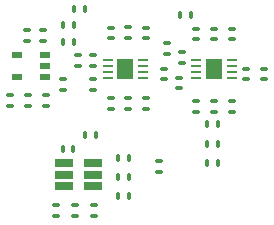
<source format=gtp>
G04*
G04 #@! TF.GenerationSoftware,Altium Limited,Altium Designer,23.3.1 (30)*
G04*
G04 Layer_Color=8421504*
%FSLAX44Y44*%
%MOMM*%
G71*
G04*
G04 #@! TF.SameCoordinates,958C5144-9DDC-4948-B6D7-F64729F80DFD*
G04*
G04*
G04 #@! TF.FilePolarity,Positive*
G04*
G01*
G75*
G04:AMPARAMS|DCode=14|XSize=0.4mm|YSize=0.6mm|CornerRadius=0.1mm|HoleSize=0mm|Usage=FLASHONLY|Rotation=0.000|XOffset=0mm|YOffset=0mm|HoleType=Round|Shape=RoundedRectangle|*
%AMROUNDEDRECTD14*
21,1,0.4000,0.4000,0,0,0.0*
21,1,0.2000,0.6000,0,0,0.0*
1,1,0.2000,0.1000,-0.2000*
1,1,0.2000,-0.1000,-0.2000*
1,1,0.2000,-0.1000,0.2000*
1,1,0.2000,0.1000,0.2000*
%
%ADD14ROUNDEDRECTD14*%
G04:AMPARAMS|DCode=15|XSize=0.4mm|YSize=0.6mm|CornerRadius=0.1mm|HoleSize=0mm|Usage=FLASHONLY|Rotation=90.000|XOffset=0mm|YOffset=0mm|HoleType=Round|Shape=RoundedRectangle|*
%AMROUNDEDRECTD15*
21,1,0.4000,0.4000,0,0,90.0*
21,1,0.2000,0.6000,0,0,90.0*
1,1,0.2000,0.2000,0.1000*
1,1,0.2000,0.2000,-0.1000*
1,1,0.2000,-0.2000,-0.1000*
1,1,0.2000,-0.2000,0.1000*
%
%ADD15ROUNDEDRECTD15*%
%ADD16R,1.6000X0.6500*%
%ADD17O,0.9000X0.2000*%
%ADD18R,1.4500X1.7400*%
%ADD19R,0.9000X0.6000*%
D14*
X234750Y21500D02*
D03*
X225750D02*
D03*
Y128250D02*
D03*
X216750D02*
D03*
X216500Y115000D02*
D03*
X207500D02*
D03*
X329000Y-2000D02*
D03*
X338000D02*
D03*
X329000Y14000D02*
D03*
X338000D02*
D03*
X329000Y31000D02*
D03*
X338000D02*
D03*
X263000Y-30000D02*
D03*
X254000D02*
D03*
X263000Y-14000D02*
D03*
X254000D02*
D03*
X263000Y2000D02*
D03*
X254000D02*
D03*
X216000Y9750D02*
D03*
X207000D02*
D03*
X315500Y122750D02*
D03*
X306500D02*
D03*
X216500Y100000D02*
D03*
X207500D02*
D03*
D15*
X288750Y-750D02*
D03*
Y-9750D02*
D03*
X233000Y-47000D02*
D03*
Y-38000D02*
D03*
X217000Y-47000D02*
D03*
Y-38000D02*
D03*
X201000Y-47000D02*
D03*
Y-38000D02*
D03*
X277760Y112488D02*
D03*
Y103488D02*
D03*
X262442Y112565D02*
D03*
Y103565D02*
D03*
X247584Y112488D02*
D03*
Y103488D02*
D03*
X190000Y101000D02*
D03*
Y110000D02*
D03*
X176250D02*
D03*
Y101000D02*
D03*
X350000Y41000D02*
D03*
Y50000D02*
D03*
X335000Y41000D02*
D03*
Y50000D02*
D03*
X320000Y41000D02*
D03*
Y50000D02*
D03*
X335000Y111500D02*
D03*
Y102500D02*
D03*
X320000Y111500D02*
D03*
Y102500D02*
D03*
X307500Y91500D02*
D03*
Y82500D02*
D03*
X295000Y90000D02*
D03*
Y99000D02*
D03*
X292500Y77500D02*
D03*
Y68500D02*
D03*
X305000Y61000D02*
D03*
Y70000D02*
D03*
X220250Y80000D02*
D03*
Y89000D02*
D03*
X207500Y69000D02*
D03*
Y60000D02*
D03*
X232500Y89000D02*
D03*
Y80000D02*
D03*
X247500Y43500D02*
D03*
Y52500D02*
D03*
X262500Y43500D02*
D03*
Y52500D02*
D03*
X277500Y43500D02*
D03*
Y52500D02*
D03*
X192500Y46000D02*
D03*
Y55000D02*
D03*
X362500Y77500D02*
D03*
Y68500D02*
D03*
X350000Y111500D02*
D03*
Y102500D02*
D03*
X177500Y46000D02*
D03*
Y55000D02*
D03*
X162500Y46000D02*
D03*
Y55000D02*
D03*
X232500Y60000D02*
D03*
Y69000D02*
D03*
X377500Y68500D02*
D03*
Y77500D02*
D03*
D16*
X207750Y-21500D02*
D03*
Y-12000D02*
D03*
Y-2500D02*
D03*
X232750D02*
D03*
Y-12000D02*
D03*
Y-21500D02*
D03*
D17*
X320000Y85000D02*
D03*
Y80000D02*
D03*
Y75000D02*
D03*
Y70000D02*
D03*
X350000D02*
D03*
Y75000D02*
D03*
Y80000D02*
D03*
Y85000D02*
D03*
X245000Y85000D02*
D03*
Y80000D02*
D03*
Y75000D02*
D03*
Y70000D02*
D03*
X275000D02*
D03*
Y75000D02*
D03*
Y80000D02*
D03*
Y85000D02*
D03*
D18*
X335000Y77500D02*
D03*
X260000Y77500D02*
D03*
D19*
X192000Y70500D02*
D03*
Y80000D02*
D03*
Y89500D02*
D03*
X168000D02*
D03*
Y70500D02*
D03*
M02*

</source>
